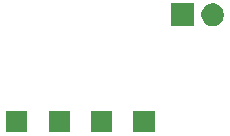
<source format=gbr>
G04 #@! TF.GenerationSoftware,KiCad,Pcbnew,(5.1.4)-1*
G04 #@! TF.CreationDate,2020-05-08T13:54:39-05:00*
G04 #@! TF.ProjectId,RN4871Board,524e3438-3731-4426-9f61-72642e6b6963,rev?*
G04 #@! TF.SameCoordinates,Original*
G04 #@! TF.FileFunction,Soldermask,Bot*
G04 #@! TF.FilePolarity,Negative*
%FSLAX46Y46*%
G04 Gerber Fmt 4.6, Leading zero omitted, Abs format (unit mm)*
G04 Created by KiCad (PCBNEW (5.1.4)-1) date 2020-05-08 13:54:39*
%MOMM*%
%LPD*%
G04 APERTURE LIST*
%ADD10C,0.100000*%
G04 APERTURE END LIST*
D10*
G36*
X136105200Y-107606400D02*
G01*
X134303200Y-107606400D01*
X134303200Y-105804400D01*
X136105200Y-105804400D01*
X136105200Y-107606400D01*
X136105200Y-107606400D01*
G37*
G36*
X132523800Y-107606400D02*
G01*
X130721800Y-107606400D01*
X130721800Y-105804400D01*
X132523800Y-105804400D01*
X132523800Y-107606400D01*
X132523800Y-107606400D01*
G37*
G36*
X128942400Y-107606400D02*
G01*
X127140400Y-107606400D01*
X127140400Y-105804400D01*
X128942400Y-105804400D01*
X128942400Y-107606400D01*
X128942400Y-107606400D01*
G37*
G36*
X125335600Y-107606400D02*
G01*
X123533600Y-107606400D01*
X123533600Y-105804400D01*
X125335600Y-105804400D01*
X125335600Y-107606400D01*
X125335600Y-107606400D01*
G37*
G36*
X141298195Y-96748546D02*
G01*
X141471266Y-96820234D01*
X141471267Y-96820235D01*
X141627027Y-96924310D01*
X141759490Y-97056773D01*
X141759491Y-97056775D01*
X141863566Y-97212534D01*
X141935254Y-97385605D01*
X141971800Y-97569333D01*
X141971800Y-97756667D01*
X141935254Y-97940395D01*
X141863566Y-98113466D01*
X141863565Y-98113467D01*
X141759490Y-98269227D01*
X141627027Y-98401690D01*
X141548618Y-98454081D01*
X141471266Y-98505766D01*
X141298195Y-98577454D01*
X141114467Y-98614000D01*
X140927133Y-98614000D01*
X140743405Y-98577454D01*
X140570334Y-98505766D01*
X140492982Y-98454081D01*
X140414573Y-98401690D01*
X140282110Y-98269227D01*
X140178035Y-98113467D01*
X140178034Y-98113466D01*
X140106346Y-97940395D01*
X140069800Y-97756667D01*
X140069800Y-97569333D01*
X140106346Y-97385605D01*
X140178034Y-97212534D01*
X140282109Y-97056775D01*
X140282110Y-97056773D01*
X140414573Y-96924310D01*
X140570333Y-96820235D01*
X140570334Y-96820234D01*
X140743405Y-96748546D01*
X140927133Y-96712000D01*
X141114467Y-96712000D01*
X141298195Y-96748546D01*
X141298195Y-96748546D01*
G37*
G36*
X139431800Y-98614000D02*
G01*
X137529800Y-98614000D01*
X137529800Y-96712000D01*
X139431800Y-96712000D01*
X139431800Y-98614000D01*
X139431800Y-98614000D01*
G37*
M02*

</source>
